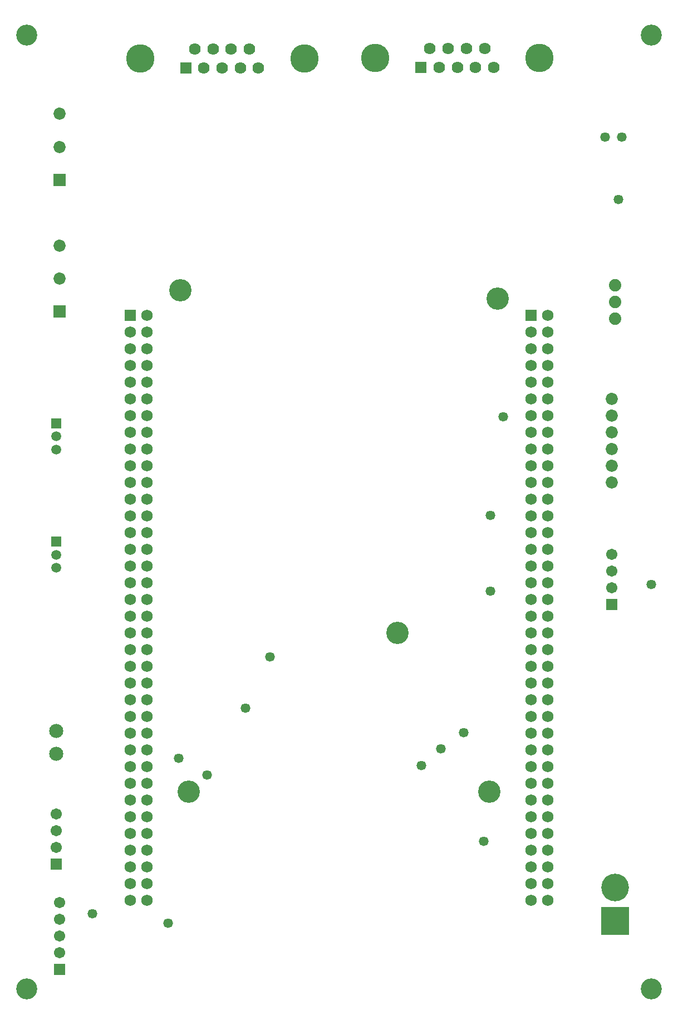
<source format=gbs>
G04*
G04 #@! TF.GenerationSoftware,Altium Limited,Altium Designer,22.8.2 (66)*
G04*
G04 Layer_Color=16711935*
%FSLAX42Y42*%
%MOMM*%
G71*
G04*
G04 #@! TF.SameCoordinates,2FBAE4DF-68DC-433E-BD2C-A1B06293C93E*
G04*
G04*
G04 #@! TF.FilePolarity,Negative*
G04*
G01*
G75*
%ADD20R,1.71X1.71*%
%ADD21C,1.71*%
%ADD22R,1.85X1.85*%
%ADD23C,1.85*%
%ADD24C,1.73*%
%ADD25C,3.40*%
%ADD26R,1.73X1.73*%
%ADD27C,2.15*%
%ADD28C,3.20*%
%ADD29C,1.78*%
%ADD30R,1.78X1.78*%
%ADD31C,4.32*%
%ADD32R,1.52X1.52*%
%ADD33C,1.52*%
%ADD34C,1.88*%
%ADD35C,4.20*%
%ADD36R,4.20X4.20*%
%ADD37C,1.47*%
D20*
X700Y2146D02*
D03*
X9150Y6096D02*
D03*
X750Y550D02*
D03*
D21*
X700Y2400D02*
D03*
Y2654D02*
D03*
Y2908D02*
D03*
X9150Y6350D02*
D03*
Y6604D02*
D03*
Y6858D02*
D03*
X750Y804D02*
D03*
Y1058D02*
D03*
Y1312D02*
D03*
Y1566D02*
D03*
D22*
Y10550D02*
D03*
Y12550D02*
D03*
D23*
Y11050D02*
D03*
Y11550D02*
D03*
Y13050D02*
D03*
Y13550D02*
D03*
X9150Y8456D02*
D03*
Y8202D02*
D03*
Y7948D02*
D03*
Y8710D02*
D03*
Y8964D02*
D03*
Y9218D02*
D03*
D24*
X8175Y1601D02*
D03*
X7921D02*
D03*
X8175Y1855D02*
D03*
X7921D02*
D03*
X8175Y2109D02*
D03*
X7921D02*
D03*
X8175Y2363D02*
D03*
X7921D02*
D03*
X8175Y2617D02*
D03*
X7921D02*
D03*
X8175Y2871D02*
D03*
X7921D02*
D03*
X8175Y3125D02*
D03*
X7921D02*
D03*
X8175Y3379D02*
D03*
X7921D02*
D03*
X8175Y3633D02*
D03*
X7921D02*
D03*
X8175Y3887D02*
D03*
X7921D02*
D03*
X8175Y4141D02*
D03*
X7921D02*
D03*
X8175Y4395D02*
D03*
X7921D02*
D03*
X8175Y4649D02*
D03*
X7921D02*
D03*
X8175Y4903D02*
D03*
X7921D02*
D03*
X8175Y5157D02*
D03*
X7921D02*
D03*
X8175Y5411D02*
D03*
X7921D02*
D03*
X8175Y5665D02*
D03*
X7921D02*
D03*
X8175Y5919D02*
D03*
X7921D02*
D03*
X8175Y6173D02*
D03*
X7921D02*
D03*
X8175Y6427D02*
D03*
X7921D02*
D03*
X8175Y6681D02*
D03*
X7921D02*
D03*
X8175Y6935D02*
D03*
X7921D02*
D03*
X8175Y7189D02*
D03*
X7921D02*
D03*
X8175Y7443D02*
D03*
X7921D02*
D03*
X8175Y7697D02*
D03*
X7921D02*
D03*
X8175Y7951D02*
D03*
X7921D02*
D03*
X8175Y8205D02*
D03*
X7921D02*
D03*
X8175Y8459D02*
D03*
X7921D02*
D03*
X8175Y8713D02*
D03*
X7921D02*
D03*
X8175Y8967D02*
D03*
X7921D02*
D03*
X8175Y9221D02*
D03*
X7921D02*
D03*
X8175Y9475D02*
D03*
X7921D02*
D03*
X8175Y9729D02*
D03*
X7921D02*
D03*
X8175Y9983D02*
D03*
X7921D02*
D03*
X8175Y10237D02*
D03*
X7921D02*
D03*
X2079Y1603D02*
D03*
X1825D02*
D03*
X8175Y10491D02*
D03*
X2079Y1857D02*
D03*
X1825D02*
D03*
X2079Y2111D02*
D03*
X1825D02*
D03*
X2079Y2365D02*
D03*
X1825D02*
D03*
X2079Y2619D02*
D03*
X1825D02*
D03*
X2079Y2873D02*
D03*
X1825D02*
D03*
X2079Y3127D02*
D03*
X1825D02*
D03*
X2079Y3381D02*
D03*
X1825D02*
D03*
X2079Y3635D02*
D03*
X1825D02*
D03*
X2079Y3889D02*
D03*
X1825D02*
D03*
X2079Y4143D02*
D03*
X1825D02*
D03*
X2079Y4397D02*
D03*
X1825D02*
D03*
X2079Y4651D02*
D03*
X1825D02*
D03*
X2079Y4905D02*
D03*
X1825D02*
D03*
X2079Y5159D02*
D03*
X1825D02*
D03*
X2079Y5413D02*
D03*
X1825D02*
D03*
X2079Y5667D02*
D03*
X1825D02*
D03*
X2079Y5921D02*
D03*
X1825D02*
D03*
X2079Y6175D02*
D03*
X1825D02*
D03*
X2079Y6429D02*
D03*
X1825D02*
D03*
X2079Y6683D02*
D03*
X1825D02*
D03*
X2079Y6937D02*
D03*
X1825D02*
D03*
X2079Y7191D02*
D03*
X1825D02*
D03*
X2079Y7445D02*
D03*
X1825D02*
D03*
X2079Y7699D02*
D03*
X1825D02*
D03*
X2079Y7953D02*
D03*
X1825D02*
D03*
X2079Y8207D02*
D03*
X1825D02*
D03*
X2079Y8461D02*
D03*
X1825D02*
D03*
X2079Y8715D02*
D03*
X1825D02*
D03*
X2079Y8969D02*
D03*
X1825D02*
D03*
X2079Y9223D02*
D03*
X1825D02*
D03*
X2079Y9477D02*
D03*
X1825D02*
D03*
X2079Y9731D02*
D03*
X1825D02*
D03*
X2079Y9985D02*
D03*
X1825D02*
D03*
X2079Y10239D02*
D03*
X1825D02*
D03*
X2079Y10493D02*
D03*
D25*
X2587Y10874D02*
D03*
X5889Y5667D02*
D03*
X7413Y10747D02*
D03*
X7286Y3254D02*
D03*
X2714D02*
D03*
D26*
X7921Y10491D02*
D03*
X1825Y10493D02*
D03*
D27*
X700Y3825D02*
D03*
Y4175D02*
D03*
D28*
X250Y14750D02*
D03*
X9750D02*
D03*
Y250D02*
D03*
X250D02*
D03*
D29*
X3777Y14250D02*
D03*
X3638Y14534D02*
D03*
X3500Y14250D02*
D03*
X3362Y14534D02*
D03*
X3223Y14250D02*
D03*
X3084Y14534D02*
D03*
X2946Y14250D02*
D03*
X2808Y14534D02*
D03*
X6384Y14542D02*
D03*
X6522Y14258D02*
D03*
X6661Y14542D02*
D03*
X6800Y14258D02*
D03*
X6938Y14542D02*
D03*
X7076Y14258D02*
D03*
X7215Y14542D02*
D03*
X7354Y14258D02*
D03*
D30*
X2669Y14250D02*
D03*
X6246Y14258D02*
D03*
D31*
X4472Y14392D02*
D03*
X1974D02*
D03*
X5550Y14400D02*
D03*
X8049D02*
D03*
D32*
X700Y7050D02*
D03*
Y8850D02*
D03*
D33*
Y6850D02*
D03*
Y6650D02*
D03*
Y8650D02*
D03*
Y8450D02*
D03*
D34*
X9200Y10950D02*
D03*
Y10442D02*
D03*
Y10696D02*
D03*
D35*
Y1790D02*
D03*
D36*
Y1290D02*
D03*
D37*
X3950Y5300D02*
D03*
X3578Y4522D02*
D03*
X2992Y3508D02*
D03*
X2562Y3762D02*
D03*
X9750Y6400D02*
D03*
X9250Y12250D02*
D03*
X9300Y13200D02*
D03*
X6250Y3650D02*
D03*
X6550Y3900D02*
D03*
X6900Y4150D02*
D03*
X2400Y1250D02*
D03*
X7200Y2500D02*
D03*
X7300Y6300D02*
D03*
Y7450D02*
D03*
X7500Y8950D02*
D03*
X1250Y1400D02*
D03*
X9050Y13200D02*
D03*
M02*

</source>
